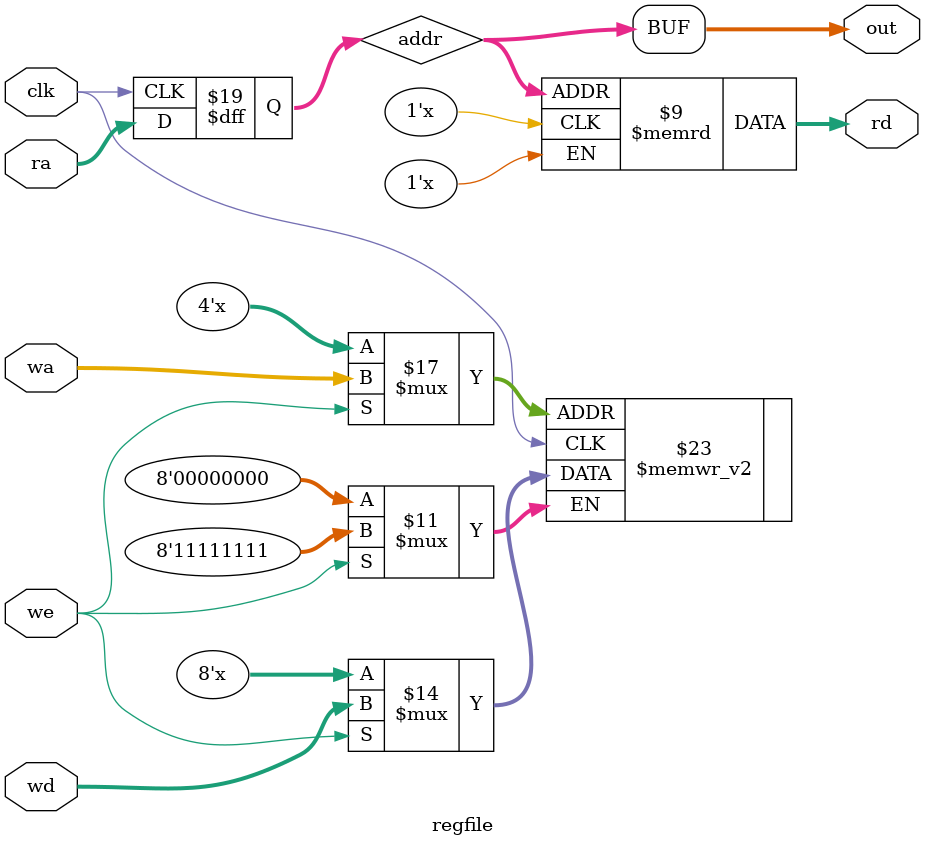
<source format=v>
module regfile(
  input clk,
  input we,
  input [3:0] wa,
  input [7:0] wd,
  input [3:0] ra,
  output [7:0] rd,
  output [3:0] out
);

  reg [7:0] data [0:15];
  reg [3:0] addr;
  
  always @(posedge clk) begin
    if (we) begin
      data[wa] <= wd;
    end
    addr <= ra;
  end
  
  assign rd = data[addr];
  assign out = addr;
  
endmodule
</source>
